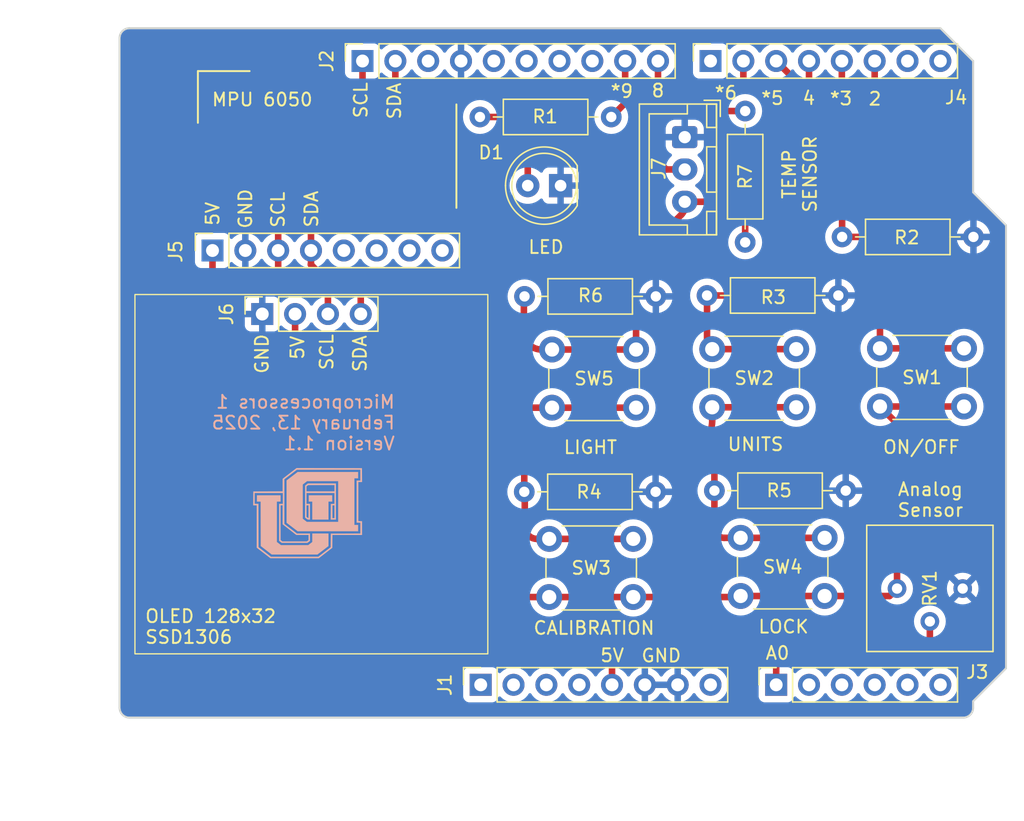
<source format=kicad_pcb>
(kicad_pcb (version 20240108) (generator "pcbnew") (generator_version "8.0")
  (title_block (date "mar. 31 mars 2015"))
  (layers (0 "F.Cu" signal) (31 "B.Cu" power) (34 "B.Paste" user) (35 "F.Paste" user) (36 "B.SilkS" user "B.Silkscreen") (37 "F.SilkS" user "F.Silkscreen") (38 "B.Mask" user) (39 "F.Mask" user) (44 "Edge.Cuts" user))
  (net 0 "")
  (net 1 "GND")
  (net 2 "+5V")
  (net 3 "/IOREF")
  (net 4 "/A1")
  (net 5 "/A2")
  (net 6 "/A3")
  (net 7 "/SDA{slash}A4")
  (net 8 "/SCL{slash}A5")
  (net 9 "/13")
  (net 10 "/12")
  (net 11 "/AREF")
  (net 12 "/temp_digital")
  (net 13 "/7")
  (net 14 "/*11")
  (net 15 "/*10")
  (net 16 "/TX{slash}1")
  (net 17 "/RX{slash}0")
  (net 18 "+3V3")
  (net 19 "VCC")
  (net 20 "/~{RESET}")
  (net 21 "/I2C_SCL")
  (net 22 "/I2C_SDA")
  (net 23 "/button_onoff")
  (net 24 "/button_lock")
  (net 25 "/button_light")
  (net 26 "/button_units")
  (net 27 "/button_cal")
  (net 28 "Net-(D1-A)")
  (net 29 "/led_light")
  (net 30 "/temp_sensor")
  (footprint "Connector_PinSocket_2.54mm:PinSocket_1x08_P2.54mm_Vertical" (layer "F.Cu") (at 127.94 97.46 90)
    (property "Reference" "J1" (at 0 -2.77 90) (layer "F.SilkS"))
    (property "Value" "Power")
    (pad "1" thru_hole rect (at 0 0 90) (size 1.7 1.7) (drill 1) (layers "*.Cu" "*.Mask"))
    (pad "2" thru_hole oval (at 0 2.54 90) (size 1.7 1.7) (drill 1) (layers "*.Cu" "*.Mask") (net 3 "/IOREF"))
    (pad "3" thru_hole oval (at 0 5.08 90) (size 1.7 1.7) (drill 1) (layers "*.Cu" "*.Mask") (net 20 "/~{RESET}"))
    (pad "4" thru_hole oval (at 0 7.62 90) (size 1.7 1.7) (drill 1) (layers "*.Cu" "*.Mask") (net 18 "+3V3"))
    (pad "5" thru_hole oval (at 0 10.16 90) (size 1.7 1.7) (drill 1) (layers "*.Cu" "*.Mask") (net 2 "+5V"))
    (pad "6" thru_hole oval (at 0 12.7 90) (size 1.7 1.7) (drill 1) (layers "*.Cu" "*.Mask") (net 1 "GND"))
    (pad "7" thru_hole oval (at 0 15.24 90) (size 1.7 1.7) (drill 1) (layers "*.Cu" "*.Mask") (net 1 "GND"))
    (pad "8" thru_hole oval (at 0 17.78 90) (size 1.7 1.7) (drill 1) (layers "*.Cu" "*.Mask") (net 19 "VCC"))
  )
  (footprint "Connector_PinSocket_2.54mm:PinSocket_1x06_P2.54mm_Vertical" (layer "F.Cu") (at 150.8 97.46 90)
    (property "Reference" "J3" (at 0.98 15.56 180) (layer "F.SilkS"))
    (property "Value" "Analog")
    (pad "1" thru_hole rect (at 0 0 90) (size 1.7 1.7) (drill 1) (layers "*.Cu" "*.Mask") (net 30 "/temp_sensor"))
    (pad "2" thru_hole oval (at 0 2.54 90) (size 1.7 1.7) (drill 1) (layers "*.Cu" "*.Mask") (net 4 "/A1"))
    (pad "3" thru_hole oval (at 0 5.08 90) (size 1.7 1.7) (drill 1) (layers "*.Cu" "*.Mask") (net 5 "/A2"))
    (pad "4" thru_hole oval (at 0 7.62 90) (size 1.7 1.7) (drill 1) (layers "*.Cu" "*.Mask") (net 6 "/A3"))
    (pad "5" thru_hole oval (at 0 10.16 90) (size 1.7 1.7) (drill 1) (layers "*.Cu" "*.Mask") (net 7 "/SDA{slash}A4"))
    (pad "6" thru_hole oval (at 0 12.7 90) (size 1.7 1.7) (drill 1) (layers "*.Cu" "*.Mask") (net 8 "/SCL{slash}A5"))
  )
  (footprint "Connector_PinSocket_2.54mm:PinSocket_1x10_P2.54mm_Vertical" (layer "F.Cu") (at 118.796 49.2 90)
    (property "Reference" "J2" (at 0 -2.77 90) (layer "F.SilkS"))
    (property "Value" "Digital/PWM")
    (pad "1" thru_hole rect (at 0 0 90) (size 1.7 1.7) (drill 1) (layers "*.Cu" "*.Mask") (net 21 "/I2C_SCL"))
    (pad "2" thru_hole oval (at 0 2.54 90) (size 1.7 1.7) (drill 1) (layers "*.Cu" "*.Mask") (net 22 "/I2C_SDA"))
    (pad "3" thru_hole oval (at 0 5.08 90) (size 1.7 1.7) (drill 1) (layers "*.Cu" "*.Mask") (net 11 "/AREF"))
    (pad "4" thru_hole oval (at 0 7.62 90) (size 1.7 1.7) (drill 1) (layers "*.Cu" "*.Mask") (net 1 "GND"))
    (pad "5" thru_hole oval (at 0 10.16 90) (size 1.7 1.7) (drill 1) (layers "*.Cu" "*.Mask") (net 9 "/13"))
    (pad "6" thru_hole oval (at 0 12.7 90) (size 1.7 1.7) (drill 1) (layers "*.Cu" "*.Mask") (net 10 "/12"))
    (pad "7" thru_hole oval (at 0 15.24 90) (size 1.7 1.7) (drill 1) (layers "*.Cu" "*.Mask") (net 14 "/*11"))
    (pad "8" thru_hole oval (at 0 17.78 90) (size 1.7 1.7) (drill 1) (layers "*.Cu" "*.Mask") (net 15 "/*10"))
    (pad "9" thru_hole oval (at 0 20.32 90) (size 1.7 1.7) (drill 1) (layers "*.Cu" "*.Mask") (net 29 "/led_light"))
    (pad "10" thru_hole oval (at 0 22.86 90) (size 1.7 1.7) (drill 1) (layers "*.Cu" "*.Mask") (net 12 "/temp_digital"))
  )
  (footprint "Connector_PinSocket_2.54mm:PinSocket_1x08_P2.54mm_Vertical" (layer "F.Cu") (at 145.72 49.2 90)
    (property "Reference" "J4" (at -2.83 19 180) (layer "F.SilkS"))
    (property "Value" "Digital/PWM")
    (pad "1" thru_hole rect (at 0 0 90) (size 1.7 1.7) (drill 1) (layers "*.Cu" "*.Mask") (net 13 "/7"))
    (pad "2" thru_hole oval (at 0 2.54 90) (size 1.7 1.7) (drill 1) (layers "*.Cu" "*.Mask") (net 25 "/button_light"))
    (pad "3" thru_hole oval (at 0 5.08 90) (size 1.7 1.7) (drill 1) (layers "*.Cu" "*.Mask") (net 27 "/button_cal"))
    (pad "4" thru_hole oval (at 0 7.62 90) (size 1.7 1.7) (drill 1) (layers "*.Cu" "*.Mask") (net 26 "/button_units"))
    (pad "5" thru_hole oval (at 0 10.16 90) (size 1.7 1.7) (drill 1) (layers "*.Cu" "*.Mask") (net 24 "/button_lock"))
    (pad "6" thru_hole oval (at 0 12.7 90) (size 1.7 1.7) (drill 1) (layers "*.Cu" "*.Mask") (net 23 "/button_onoff"))
    (pad "7" thru_hole oval (at 0 15.24 90) (size 1.7 1.7) (drill 1) (layers "*.Cu" "*.Mask") (net 16 "/TX{slash}1"))
    (pad "8" thru_hole oval (at 0 17.78 90) (size 1.7 1.7) (drill 1) (layers "*.Cu" "*.Mask") (net 17 "/RX{slash}0"))
  )
  (footprint "Button_Switch_THT:SW_PUSH_6mm" (layer "F.Cu") (at 148.05 86.09)
    (property "Reference" "SW4" (at 3.25 2.25 0) (layer "F.SilkS"))
    (property "Value" "SW_SPST")
    (pad "1" thru_hole circle (at 0 0 90) (size 2 2) (drill 1.1) (layers "*.Cu" "*.Mask") (net 24 "/button_lock"))
    (pad "1" thru_hole circle (at 6.5 0 90) (size 2 2) (drill 1.1) (layers "*.Cu" "*.Mask") (net 24 "/button_lock"))
    (pad "2" thru_hole circle (at 0 4.5 90) (size 2 2) (drill 1.1) (layers "*.Cu" "*.Mask") (net 2 "+5V"))
    (pad "2" thru_hole circle (at 6.5 4.5 90) (size 2 2) (drill 1.1) (layers "*.Cu" "*.Mask") (net 2 "+5V"))
  )
  (footprint "LED_THT:LED_D5.0mm" (layer "F.Cu") (at 134.12 58.84 180)
    (property "Reference" "D1" (at 5.37 2.56 180) (layer "F.SilkS"))
    (property "Value" "LED")
    (pad "1" thru_hole rect (at 0 0 180) (size 1.8 1.8) (drill 0.9) (layers "*.Cu" "*.Mask") (net 1 "GND"))
    (pad "2" thru_hole circle (at 2.54 0 180) (size 1.8 1.8) (drill 0.9) (layers "*.Cu" "*.Mask") (net 28 "Net-(D1-A)"))
  )
  (footprint "Button_Switch_THT:SW_PUSH_6mm" (layer "F.Cu") (at 133.46 71.52)
    (property "Reference" "SW5" (at 3.25 2.25 0) (layer "F.SilkS"))
    (property "Value" "SW_SPST")
    (pad "1" thru_hole circle (at 0 0 90) (size 2 2) (drill 1.1) (layers "*.Cu" "*.Mask") (net 25 "/button_light"))
    (pad "1" thru_hole circle (at 6.5 0 90) (size 2 2) (drill 1.1) (layers "*.Cu" "*.Mask") (net 25 "/button_light"))
    (pad "2" thru_hole circle (at 0 4.5 90) (size 2 2) (drill 1.1) (layers "*.Cu" "*.Mask") (net 2 "+5V"))
    (pad "2" thru_hole circle (at 6.5 4.5 90) (size 2 2) (drill 1.1) (layers "*.Cu" "*.Mask") (net 2 "+5V"))
  )
  (footprint "Button_Switch_THT:SW_PUSH_6mm" (layer "F.Cu") (at 145.85 71.49)
    (property "Reference" "SW2" (at 3.25 2.25 0) (layer "F.SilkS"))
    (property "Value" "SW_SPST")
    (pad "1" thru_hole circle (at 0 0 90) (size 2 2) (drill 1.1) (layers "*.Cu" "*.Mask") (net 26 "/button_units"))
    (pad "1" thru_hole circle (at 6.5 0 90) (size 2 2) (drill 1.1) (layers "*.Cu" "*.Mask") (net 26 "/button_units"))
    (pad "2" thru_hole circle (at 0 4.5 90) (size 2 2) (drill 1.1) (layers "*.Cu" "*.Mask") (net 2 "+5V"))
    (pad "2" thru_hole circle (at 6.5 4.5 90) (size 2 2) (drill 1.1) (layers "*.Cu" "*.Mask") (net 2 "+5V"))
  )
  (footprint "Resistor_THT:R_Axial_DIN0207_L6.3mm_D2.5mm_P10.16mm_Horizontal" (layer "F.Cu") (at 131.31 82.53)
    (property "Reference" "R4" (at 5.01 0.01 0) (layer "F.SilkS"))
    (property "Value" "100k")
    (pad "1" thru_hole circle (at 0 0) (size 1.6 1.6) (drill 0.8) (layers "*.Cu" "*.Mask") (net 27 "/button_cal"))
    (pad "2" thru_hole oval (at 10.16 0) (size 1.6 1.6) (drill 0.8) (layers "*.Cu" "*.Mask") (net 1 "GND"))
  )
  (footprint "Resistor_THT:R_Axial_DIN0207_L6.3mm_D2.5mm_P10.16mm_Horizontal" (layer "F.Cu") (at 138.04 53.53 180)
    (property "Reference" "R1" (at 5.12 0.03 0) (layer "F.SilkS"))
    (property "Value" "1k")
    (pad "1" thru_hole circle (at 0 0 180) (size 1.6 1.6) (drill 0.8) (layers "*.Cu" "*.Mask") (net 29 "/led_light"))
    (pad "2" thru_hole oval (at 10.16 0 180) (size 1.6 1.6) (drill 0.8) (layers "*.Cu" "*.Mask") (net 28 "Net-(D1-A)"))
  )
  (footprint "Button_Switch_THT:SW_PUSH_6mm" (layer "F.Cu") (at 133.24 86.17)
    (property "Reference" "SW3" (at 3.25 2.25 0) (layer "F.SilkS"))
    (property "Value" "SW_SPST")
    (pad "1" thru_hole circle (at 0 0 90) (size 2 2) (drill 1.1) (layers "*.Cu" "*.Mask") (net 27 "/button_cal"))
    (pad "1" thru_hole circle (at 6.5 0 90) (size 2 2) (drill 1.1) (layers "*.Cu" "*.Mask") (net 27 "/button_cal"))
    (pad "2" thru_hole circle (at 0 4.5 90) (size 2 2) (drill 1.1) (layers "*.Cu" "*.Mask") (net 2 "+5V"))
    (pad "2" thru_hole circle (at 6.5 4.5 90) (size 2 2) (drill 1.1) (layers "*.Cu" "*.Mask") (net 2 "+5V"))
  )
  (footprint "Connector_PinSocket_2.54mm:PinSocket_1x04_P2.54mm_Vertical" (layer "F.Cu") (at 111.04 68.775 90)
    (property "Reference" "J6" (at 0 -2.77 90) (layer "F.SilkS"))
    (property "Value" "CONN_DISPLAY")
    (pad "1" thru_hole rect (at 0 0 90) (size 1.7 1.7) (drill 1) (layers "*.Cu" "*.Mask") (net 1 "GND"))
    (pad "2" thru_hole oval (at 0 2.54 90) (size 1.7 1.7) (drill 1) (layers "*.Cu" "*.Mask") (net 2 "+5V"))
    (pad "3" thru_hole oval (at 0 5.08 90) (size 1.7 1.7) (drill 1) (layers "*.Cu" "*.Mask") (net 21 "/I2C_SCL"))
    (pad "4" thru_hole oval (at 0 7.62 90) (size 1.7 1.7) (drill 1) (layers "*.Cu" "*.Mask") (net 22 "/I2C_SDA"))
  )
  (footprint "Button_Switch_THT:SW_PUSH_6mm" (layer "F.Cu") (at 158.83 71.43)
    (property "Reference" "SW1" (at 3.25 2.25 0) (layer "F.SilkS"))
    (property "Value" "SW_SPST")
    (pad "1" thru_hole circle (at 0 0 90) (size 2 2) (drill 1.1) (layers "*.Cu" "*.Mask") (net 23 "/button_onoff"))
    (pad "1" thru_hole circle (at 6.5 0 90) (size 2 2) (drill 1.1) (layers "*.Cu" "*.Mask") (net 23 "/button_onoff"))
    (pad "2" thru_hole circle (at 0 4.5 90) (size 2 2) (drill 1.1) (layers "*.Cu" "*.Mask") (net 2 "+5V"))
    (pad "2" thru_hole circle (at 6.5 4.5 90) (size 2 2) (drill 1.1) (layers "*.Cu" "*.Mask") (net 2 "+5V"))
  )
  (footprint "Resistor_THT:R_Axial_DIN0207_L6.3mm_D2.5mm_P10.16mm_Horizontal" (layer "F.Cu") (at 146.02 82.44)
    (property "Reference" "R5" (at 5.01 -0.01 0) (layer "F.SilkS"))
    (property "Value" "100k")
    (pad "1" thru_hole circle (at 0 0) (size 1.6 1.6) (drill 0.8) (layers "*.Cu" "*.Mask") (net 24 "/button_lock"))
    (pad "2" thru_hole oval (at 10.16 0) (size 1.6 1.6) (drill 0.8) (layers "*.Cu" "*.Mask") (net 1 "GND"))
  )
  (footprint "Connector_JST:JST_XH_B3B-XH-A_1x03_P2.50mm_Vertical" (layer "F.Cu") (at 143.725 55.09 -90)
    (property "Reference" "J7" (at 2.44 2.01 90) (layer "F.SilkS"))
    (property "Value" "CONN_TEMP")
    (pad "1" thru_hole roundrect (at 0 0 270) (size 1.7 1.95) (drill 0.95) (layers "*.Cu" "*.Mask") (roundrect_rratio 0.147059) (net 1 "GND"))
    (pad "2" thru_hole oval (at 2.5 0 270) (size 1.7 1.95) (drill 0.95) (layers "*.Cu" "*.Mask") (net 12 "/temp_digital"))
    (pad "3" thru_hole oval (at 5 0 270) (size 1.7 1.95) (drill 0.95) (layers "*.Cu" "*.Mask") (net 2 "+5V"))
  )
  (footprint "Resistor_THT:R_Axial_DIN0207_L6.3mm_D2.5mm_P10.16mm_Horizontal" (layer "F.Cu") (at 155.9 62.81)
    (property "Reference" "R2" (at 5.01 0.05 0) (layer "F.SilkS"))
    (property "Value" "100k")
    (pad "1" thru_hole circle (at 0 0) (size 1.6 1.6) (drill 0.8) (layers "*.Cu" "*.Mask") (net 23 "/button_onoff"))
    (pad "2" thru_hole oval (at 10.16 0) (size 1.6 1.6) (drill 0.8) (layers "*.Cu" "*.Mask") (net 1 "GND"))
  )
  (footprint "Resistor_THT:R_Axial_DIN0207_L6.3mm_D2.5mm_P10.16mm_Horizontal" (layer "F.Cu") (at 148.4 53.07 -90)
    (property "Reference" "R7" (at 5.08 0 90) (layer "F.SilkS"))
    (property "Value" "4k7")
    (pad "1" thru_hole circle (at 0 0 270) (size 1.6 1.6) (drill 0.8) (layers "*.Cu" "*.Mask") (net 12 "/temp_digital"))
    (pad "2" thru_hole oval (at 10.16 0 270) (size 1.6 1.6) (drill 0.8) (layers "*.Cu" "*.Mask") (net 2 "+5V"))
  )
  (footprint "Potentiometer_THT:Potentiometer_Bourns_3386P_Vertical" (layer "F.Cu") (at 160.15 90.015 -90)
    (property "Reference" "RV1" (at -0.015 -2.54 90) (layer "F.SilkS"))
    (property "Value" "10k")
    (pad "1" thru_hole circle (at 0 0 270) (size 1.44 1.44) (drill 0.8) (layers "*.Cu" "*.Mask") (net 2 "+5V"))
    (pad "2" thru_hole circle (at 2.54 -2.54 270) (size 1.44 1.44) (drill 0.8) (layers "*.Cu" "*.Mask") (net 30 "/temp_sensor"))
    (pad "3" thru_hole circle (at 0 -5.08 270) (size 1.44 1.44) (drill 0.8) (layers "*.Cu" "*.Mask") (net 1 "GND"))
  )
  (footprint "Connector_PinSocket_2.54mm:PinSocket_1x08_P2.54mm_Vertical" (layer "F.Cu") (at 107.19 63.86 90)
    (property "Reference" "J5" (at -0.08 -2.85 90) (layer "F.SilkS"))
    (property "Value" "CONN_GYRO")
    (pad "1" thru_hole rect (at 0 0 90) (size 1.7 1.7) (drill 1) (layers "*.Cu" "*.Mask") (net 2 "+5V"))
    (pad "2" thru_hole oval (at 0 2.54 90) (size 1.7 1.7) (drill 1) (layers "*.Cu" "*.Mask") (net 1 "GND"))
    (pad "3" thru_hole oval (at 0 5.08 90) (size 1.7 1.7) (drill 1) (layers "*.Cu" "*.Mask") (net 21 "/I2C_SCL"))
    (pad "4" thru_hole oval (at 0 7.62 90) (size 1.7 1.7) (drill 1) (layers "*.Cu" "*.Mask") (net 22 "/I2C_SDA"))
    (pad "5" thru_hole oval (at 0 10.16 90) (size 1.7 1.7) (drill 1) (layers "*.Cu" "*.Mask"))
    (pad "6" thru_hole oval (at 0 12.7 90) (size 1.7 1.7) (drill 1) (layers "*.Cu" "*.Mask"))
    (pad "7" thru_hole oval (at 0 15.24 90) (size 1.7 1.7) (drill 1) (layers "*.Cu" "*.Mask"))
    (pad "8" thru_hole oval (at 0 17.78 90) (size 1.7 1.7) (drill 1) (layers "*.Cu" "*.Mask"))
  )
  (footprint "Resistor_THT:R_Axial_DIN0207_L6.3mm_D2.5mm_P10.16mm_Horizontal" (layer "F.Cu") (at 131.33 67.41)
    (property "Reference" "R6" (at 5.11 -0.07 0) (layer "F.SilkS"))
    (property "Value" "100k")
    (pad "1" thru_hole circle (at 0 0) (size 1.6 1.6) (drill 0.8) (layers "*.Cu" "*.Mask") (net 25 "/button_light"))
    (pad "2" thru_hole oval (at 10.16 0) (size 1.6 1.6) (drill 0.8) (layers "*.Cu" "*.Mask") (net 1 "GND"))
  )
  (footprint "Resistor_THT:R_Axial_DIN0207_L6.3mm_D2.5mm_P10.16mm_Horizontal" (layer "F.Cu") (at 145.45 67.34)
    (property "Reference" "R3" (at 5.13 0.14 0) (layer "F.SilkS"))
    (property "Value" "100k")
    (pad "1" thru_hole circle (at 0 0) (size 1.6 1.6) (drill 0.8) (layers "*.Cu" "*.Mask") (net 26 "/button_units"))
    (pad "2" thru_hole oval (at 10.16 0) (size 1.6 1.6) (drill 0.8) (layers "*.Cu" "*.Mask") (net 1 "GND"))
  )
  (footprint "LOGO" (layer "B.Cu") (at 114.55 84.221771 180)
    (property "Reference" "G***" (hide yes))
    (property "Value" "LOGO" (hide yes))
  )
  (gr_line (start 126.06 60.56) (end 126.06 52.56) (stroke (width 0.15)) (layer "F.SilkS"))
  (gr_line (start 106.06 49.98) (end 106.06 53.98) (stroke (width 0.15)) (layer "F.SilkS"))
  (gr_line (start 106.06 49.98) (end 110.06 49.98) (stroke (width 0.15)) (layer "F.SilkS"))
  (gr_rect (start 101.19 67.265) (end 128.49 95.065) (stroke (width 0.1)) (fill none) (layer "F.SilkS"))
  (gr_line (start 166.04 59.36) (end 168.58 61.9) (stroke (width 0.15)) (layer "Edge.Cuts"))
  (gr_line (start 100 99.238) (end 100 47.422) (stroke (width 0.15)) (layer "Edge.Cuts"))
  (gr_line (start 168.58 61.9) (end 168.58 96.19) (stroke (width 0.15)) (layer "Edge.Cuts"))
  (gr_line (start 165.278 100) (end 100.762 100) (stroke (width 0.15)) (layer "Edge.Cuts"))
  (gr_line (start 100.762 46.66) (end 163.5 46.66) (stroke (width 0.15)) (layer "Edge.Cuts"))
  (gr_arc (start 100.762 100) (mid 100.223185 99.776815) (end 100 99.238) (stroke (width 0.15)) (layer "Edge.Cuts"))
  (gr_line (start 168.58 96.19) (end 166.04 98.73) (stroke (width 0.15)) (layer "Edge.Cuts"))
  (gr_line (start 163.5 46.66) (end 166.04 49.2) (stroke (width 0.15)) (layer "Edge.Cuts"))
  (gr_arc (start 166.04 99.238) (mid 165.816815 99.776815) (end 165.278 100) (stroke (width 0.15)) (layer "Edge.Cuts"))
  (gr_line (start 166.04 49.2) (end 166.04 59.36) (stroke (width 0.15)) (layer "Edge.Cuts"))
  (gr_line (start 166.04 98.73) (end 166.04 99.238) (stroke (width 0.15)) (layer "Edge.Cuts"))
  (gr_arc (start 100 47.422) (mid 100.223185 46.883185) (end 100.762 46.66) (stroke (width 0.15)) (layer "Edge.Cuts"))
  (gr_text "Microprocessors 1\nFebruary 13, 2025\nVersion 1.1" (at 121.38 79.38 0) (layer "B.SilkS") (effects (font (size 1 1)) (justify left bottom mirror)))
  (gr_text "4" (at 152.75 52.66 0) (layer "F.SilkS") (effects (font (size 1 1)) (justify left bottom)))
  (gr_text "5V" (at 114.35 72.38 90) (layer "F.SilkS") (effects (font (size 1 1)) (justify left bottom)))
  (gr_text "*9" (at 137.9 52.12 0) (layer "F.SilkS") (effects (font (size 1 1)) (justify left bottom)))
  (gr_text "5V" (at 137.11 95.77 0) (layer "F.SilkS") (effects (font (size 1 1)) (justify left bottom)))
  (gr_text "GND" (at 110.32 62.25 90) (layer "F.SilkS") (effects (font (size 1 1)) (justify left bottom)))
  (gr_text "*5" (at 149.55 52.66 0) (layer "F.SilkS") (effects (font (size 1 1)) (justify left bottom)))
  (gr_text "SCL" (at 116.61 73.2 90) (layer "F.SilkS") (effects (font (size 1 1)) (justify left bottom)))
  (gr_text "SDA" (at 121.84 53.8 90) (layer "F.SilkS") (effects (font (size 1 1)) (justify left bottom)))
  (gr_text "LIGHT" (at 134.28 79.67 0) (layer "F.SilkS") (effects (font (size 1 1)) (justify left bottom)))
  (gr_text "A0" (at 149.9 95.59 0) (layer "F.SilkS") (effects (font (size 1 1)) (justify left bottom)))
  (gr_text "UNITS" (at 146.96 79.44 0) (layer "F.SilkS") (effects (font (size 1 1)) (justify left bottom)))
  (gr_text "TEMP\nSENSOR" (at 154 57.95 90) (layer "F.SilkS") (effects (font (size 1 1)) (justify bottom)))
  (gr_text "5V" (at 107.79 62.02 90) (layer "F.SilkS") (effects (font (size 1 1)) (justify left bottom)))
  (gr_text "*6" (at 145.95 52.25 0) (layer "F.SilkS") (effects (font (size 1 1)) (justify left bottom)))
  (gr_text "LOCK" (at 149.34 93.55 0) (layer "F.SilkS") (effects (font (size 1 1)) (justify left bottom)))
  (gr_text "OLED 128x32\nSSD1306" (at 101.9 94.35 0) (layer "F.SilkS") (effects (font (size 1 1)) (justify left bottom)))
  (gr_text "ON/OFF" (at 158.98 79.66 0) (layer "F.SilkS") (effects (font (size 1 1)) (justify left bottom)))
  (gr_text "2" (at 157.87 52.71 0) (layer "F.SilkS") (effects (font (size 1 1)) (justify left bottom)))
  (gr_text "MPU 6050" (at 107.06 52.77 0) (layer "F.SilkS") (effects (font (size 1 1)) (justify left bottom)))
  (gr_text "Analog\nSensor" (at 162.73 84.53 0) (layer "F.SilkS") (effects (font (size 1 1)) (justify bottom)))
  (gr_text "GND" (at 111.6 73.48 90) (layer "F.SilkS") (effects (font (size 1 1)) (justify left bottom)))
  (gr_text "GND" (at 140.29 95.79 0) (layer "F.SilkS") (effects (font (size 1 1)) (justify left bottom)))
  (gr_text "8" (at 141.08 52.08 0) (layer "F.SilkS") (effects (font (size 1 1)) (justify left bottom)))
  (gr_text "LED" (at 131.54 64.18 0) (layer "F.SilkS") (effects (font (size 1 1)) (justify left bottom)))
  (gr_text "SCL" (at 112.84 62.18 90) (layer "F.SilkS") (effects (font (size 1 1)) (justify left bottom)))
  (gr_text "*3" (at 154.86 52.69 0) (layer "F.SilkS") (effects (font (size 1 1)) (justify left bottom)))
  (gr_text "CALIBRATION" (at 131.94 93.65 0) (layer "F.SilkS") (effects (font (size 1 1)) (justify left bottom)))
  (gr_text "SDA" (at 115.43 62.16 90) (layer "F.SilkS") (effects (font (size 1 1)) (justify left bottom)))
  (gr_text "SCL" (at 119.25 53.71 90) (layer "F.SilkS") (effects (font (size 1 1)) (justify left bottom)))
  (gr_text "SDA" (at 119.18 73.34 90) (layer "F.SilkS") (effects (font (size 1 1)) (justify left bottom)))
  (segment (start 128.157677 74.617677) (end 128.85 75.31) (width 0.508) (layer "F.Cu") (net 2))
  (segment (start 138.1 94.918198) (end 138.1 97.46) (width 0.508) (layer "F.Cu") (net 2))
  (segment (start 143.725 60.4575) (end 143.725 60.09) (width 0.508) (layer "F.Cu") (net 2))
  (segment (start 128.14 66.468477) (end 128.14 74.525) (width 0.508) (layer "F.Cu") (net 2))
  (segment (start 148.4 60.65) (end 147.84 60.09) (width 0.508) (layer "F.Cu") (net 2))
  (segment (start 145.85 75.99) (end 152.35 75.99) (width 0.508) (layer "F.Cu") (net 2))
  (segment (start 132.578477 62.03) (end 141.667936 62.03) (width 0.508) (layer "F.Cu") (net 2))
  (segment (start 159.575 90.59) (end 160.15 90.015) (width 0.508) (layer "F.Cu") (net 2))
  (segment (start 128.14 90.14865) (end 128.14 87.631349) (width 0.508) (layer "F.Cu") (net 2))
  (segment (start 133.46 76.02) (end 139.96 76.02) (width 0.508) (layer "F.Cu") (net 2))
  (segment (start 145.821457 90.67) (end 147.97 90.67) (width 0.508) (layer "F.Cu") (net 2))
  (segment (start 113.58 79.81) (end 113.58 80.305) (width 0.508) (layer "F.Cu") (net 2))
  (segment (start 158.83 75.93) (end 160.15 77.25) (width 0.508) (layer "F.Cu") (net 2))
  (segment (start 158.83 75.93) (end 165.33 75.93) (width 0.508) (layer "F.Cu") (net 2))
  (segment (start 133.46 76.02) (end 130.564091 76.02) (width 0.508) (layer "F.Cu") (net 2))
  (segment (start 147.84 60.09) (end 143.725 60.09) (width 0.508) (layer "F.Cu") (net 2))
  (segment (start 143.79 81.556639) (end 143.79 88.638542) (width 0.508) (layer "F.Cu") (net 2))
  (segment (start 128.14 74.525) (end 128.14 74.575) (width 0.508) (layer "F.Cu") (net 2))
  (segment (start 128.14 74.575) (end 128.14 74.525) (width 0.508) (layer "F.Cu") (net 2))
  (segment (start 154.55 90.59) (end 148.05 90.59) (width 0.508) (layer "F.Cu") (net 2))
  (segment (start 145.821457 90.67) (end 144.138542 90.67) (width 0.508) (layer "F.Cu") (net 2))
  (segment (start 128.14 90.14865) (end 128.14 92.647746) (width 0.508) (layer "F.Cu") (net 2))
  (segment (start 139.74 90.67) (end 144.138542 90.67) (width 0.508) (layer "F.Cu") (net 2))
  (segment (start 128.14 87.631349) (end 128.14 74.575) (width 0.508) (layer "F.Cu") (net 2))
  (segment (start 113.58 79.19) (end 113.58 68.775) (width 0.508) (layer "F.Cu") (net 2))
  (segment (start 145.85 75.99) (end 145.85 77.015) (width 0.508) (layer "F.Cu") (net 2))
  (segment (start 148.4 63.23) (end 148.4 60.65) (width 0.508) (layer "F.Cu") (net 2))
  (segment (start 107.19 70.236036) (end 107.19 63.86) (width 0.508) (layer "F.Cu") (net 2))
  (segment (start 160.15 77.25) (end 160.15 90.015) (width 0.508) (layer "F.Cu") (net 2))
  (segment (start 133.24 90.67) (end 131.17865 90.67) (width 0.508) (layer "F.Cu") (net 2))
  (segment (start 113.58 79.81) (end 113.58 79.19) (width 0.508) (layer "F.Cu") (net 2))
  (segment (start 129.642253 94.15) (end 137.331801 94.15) (width 0.508) (layer "F.Cu") (net 2))
  (segment (start 108.783792 74.083792) (end 113.360796 78.660796) (width 0.508) (layer "F.Cu") (net 2))
  (segment (start 125.771471 93.301471) (end 114.14922 81.67922) (width 0.508) (layer "F.Cu") (net 2))
  (segment (start 143.465138 61.084861) (end 143.1225 61.4275) (width 0.508) (layer "F.Cu") (net 2))
  (segment (start 133.24 90.67) (end 139.74 90.67) (width 0.508) (layer "F.Cu") (net 2))
  (segment (start 129.642253 94.15) (end 128.397746 94.15) (width 0.508) (layer "F.Cu") (net 2))
  (segment (start 144.819999 79.069999) (end 145.125215 78.764784) (width 0.508) (layer "F.Cu") (net 2))
  (segment (start 154.55 90.59) (end 159.575 90.59) (width 0.508) (layer "F.Cu") (net 2))
  (segment (start 128.397746 94.15) (end 127.82 94.15) (width 0.508) (layer "F.Cu") (net 2))
  (segment (start 113.58 79.19) (end 113.58 79.81) (width 0.508) (layer "F.Cu") (net 2))
  (arc (start 128.14 74.575) (mid 128.144594 74.598096) (end 128.157677 74.617677) (width 0.508) (layer "F.Cu") (net 2))
  (arc (start 145.85 77.015) (mid 145.661634 77.961976) (end 145.125215 78.764784) (width 0.508) (layer "F.Cu") (net 2))
  (arc (start 128.14 87.631349) (mid 128.371303 88.79419) (end 129.03 89.78) (width 0.508) (layer "F.Cu") (net 2))
  (arc (start 128.397746 94.15) (mid 128.635872 93.990889) (end 128.58 93.71) (width 0.508) (layer "F.Cu") (net 2))
  (arc (start 128.85 75.31) (mid 129.636431 75.835477) (end 130.564091 76.02) (width 0.508) (layer "F.Cu") (net 2))
  (arc (start 129.44 63.33) (mid 128.477858 64.769945) (end 128.14 66.468477) (width 0.508) (layer "F.Cu") (net 2))
  (arc (start 125.771471 93.301471) (mid 126.711344 93.929474) (end 127.82 94.15) (width 0.508) (layer "F.Cu") (net 2))
  (arc (start 129.03 89.78) (mid 130.015809 90.438696) (end 131.17865 90.67) (width 0.508) (layer "F.Cu") (net 2))
  (arc (start 128.14 92.647746) (mid 128.254352 93.222633) (end 128.58 93.71) (width 0.508) (layer "F.Cu") (net 2))
  (arc (start 144.819999 79.069999) (mid 144.057688 80.210879) (end 143.79 81.556639) (width 0.508) (layer "F.Cu") (net 2))
  (arc (start 143.79 88.638542) (mid 143.944635 89.415947) (end 144.385 90.075) (width 0.508) (layer "F.Cu") (net 2))
  (arc (start 144.385 90.075) (mid 145.044052 90.515364) (end 145.821457 90.67) (width 0.508) (layer "F.Cu") (net 2))
  (arc (start 144.138542 90.67) (mid 144.460554 90.454838) (end 144.385 90.075) (width 0.508) (layer "F.Cu") (net 2))
  (arc (start 128.58 93.71) (mid 129.067366 94.035647) (end 129.642253 94.15) (width 0.508) (layer "F.Cu") (net 2))
  (arc (start 107.19 70.236036) (mid 107.604213 72.318426) (end 108.783792 74.083792) (width 0.508) (layer "F.Cu") (net 2))
  (arc (start 113.58 79.19) (mid 113.58 79.19) (end 113.58 79.19) (width 0.508) (layer "F.Cu") (net 2))
  (arc (start 137.875 94.375) (mid 138.041524 94.624221) (end 138.1 94.918198) (width 0.508) (layer "F.Cu") (net 2))
  (arc (start 128.14 74.575) (mid 128.14 74.575) (end 128.14 74.575) (width 0.508) (layer "F.Cu") (net 2))
  (arc (start 113.360796 78.660796) (mid 113.52303 78.903597) (end 113.58 79.19) (width 0.508) (layer "F.Cu") (net 2))
  (arc (start 137.875 94.375) (mid 137.625778 94.208475) (end 137.331801 94.15) (width 0.508) (layer "F.Cu") (net 2))
  (arc (start 113.58 80.305) (mid 113.727935 81.048722) (end 114.14922 81.67922) (width 0.508) (layer "F.Cu") (net 2))
  (arc (start 132.578477 62.03) (mid 130.879945 62.367858) (end 129.44 63.33) (width 0.508) (layer "F.Cu") (net 2))
  (arc (start 143.1225 61.4275) (mid 142.45514 61.873415) (end 141.667936 62.03) (width 0.508) (layer "F.Cu") (net 2))
  (arc (start 129.03 89.78) (mid 128.461837 89.666985) (end 128.14 90.14865) (width 0.508) (layer "F.Cu") (net 2))
  (arc (start 143.725 60.4575) (mid 143.657464 60.797025) (end 143.465138 61.084861) (width 0.508) (layer "F.Cu") (net 2))
  (segment (start 148.4 53.07) (end 142.926 53.07) (width 0.508) (layer "F.Cu") (net 12))
  (segment (start 141.656 56.956) (end 142.29 57.59) (width 0.508) (layer "F.Cu") (net 12))
  (segment (start 142.926 53.07) (end 141.656 51.8) (width 0.508) (layer "F.Cu") (net 12))
  (segment (start 141.656 49.2) (end 141.656 51.8) (width 0.508) (layer "F.Cu") (net 12))
  (segment (start 141.656 51.8) (end 141.656 56.956) (width 0.508) (layer "F.Cu") (net 12))
  (segment (start 142.29 57.59) (end 143.725 57.59) (width 0.508) (layer "F.Cu") (net 12))
  (segment (start 116.12 67.17) (end 116.12 68.775) (width 0.508) (layer "F.Cu") (net 21))
  (segment (start 112.27 63.86) (end 112.27 65.57) (width 0.508) (layer "F.Cu") (net 21))
  (segment (start 113.5 66.8) (end 115.75 66.8) (width 0.508) (layer "F.Cu") (net 21))
  (segment (start 112.27 60.58) (end 118.796 54.054) (width 0.508) (layer "F.Cu") (net 21))
  (segment (start 118.796 54.054) (end 118.796 49.2) (width 0.508) (layer "F.Cu") (net 21))
  (segment (start 112.27 65.57) (end 113.5 66.8) (width 0.508) (layer "F.Cu") (net 21))
  (segment (start 115.75 66.8) (end 116.12 67.17) (width 0.508) (layer "F.Cu") (net 21))
  (segment (start 112.27 63.86) (end 112.27 60.58) (width 0.508) (layer "F.Cu") (net 21))
  (segment (start 117.65 65.5) (end 115.35 65.5) (width 0.508) (layer "F.Cu") (net 22))
  (segment (start 114.81 63.86) (end 114.81 61.69) (width 0.508) (layer "F.Cu") (net 22))
  (segment (start 114.8 64.95) (end 114.81 64.94) (width 0.508) (layer "F.Cu") (net 22))
  (segment (start 121.336 55.164) (end 121.336 49.2) (width 0.508) (layer "F.Cu") (net 22))
  (segment (start 114.81 61.69) (end 121.336 55.164) (width 0.508) (layer "F.Cu") (net 22))
  (segment (start 118.66 66.51) (end 117.65 65.5) (width 0.508) (layer "F.Cu") (net 22))
  (segment (start 114.81 64.94) (end 114.81 63.86) (width 0.508) (layer "F.Cu") (net 22))
  (segment (start 115.35 65.5) (end 114.8 64.95) (width 0.508) (layer "F.Cu") (net 22))
  (segment (start 118.66 68.775) (end 118.66 66.51) (width 0.508) (layer "F.Cu") (net 22))
  (segment (start 158.83 71.43) (end 158.83 64.08) (width 0.508) (layer "F.Cu") (net 23))
  (segment (start 155.9 62.81) (end 155.9 61.35) (width 0.508) (layer "F.Cu") (net 23))
  (segment (start 158.42 58.83) (end 158.42 49.2) (width 0.508) (layer "F.Cu") (net 23))
  (segment (start 158.83 71.43) (end 165.33 71.43) (width 0.508) (layer "F.Cu") (net 23))
  (segment (start 155.9 62.81) (end 157.56 62.81) (width 0.508) (layer "F.Cu") (net 23))
  (segment (start 155.9 61.35) (end 158.42 58.83) (width 0.508) (layer "F.Cu") (net 23))
  (segment (start 158.83 64.08) (end 157.56 62.81) (width 0.508) (layer "F.Cu") (net 23))
  (segment (start 146.02 80.88) (end 147.25 79.65) (width 0.508) (layer "F.Cu") (net 24))
  (segment (start 153.35 68.35) (end 153.35 66.2) (width 0.508) (layer "F.Cu") (net 24))
  (segment (start 154.95 69.95) (end 153.35 68.35) (width 0.508) (layer "F.Cu") (net 24))
  (segment (start 146.02 82.44) (end 146.02 80.88) (width 0.508) (layer "F.Cu") (net 24))
  (segment (start 148.05 86.09) (end 146.771126 86.09) (width 0.508) (layer "F.Cu") (net 24))
  (segment (start 147.25 79.65) (end 153.8 79.65) (width 0.508) (layer "F.Cu") (net 24))
  (segment (start 148.05 86.09) (end 154.55 86.09) (width 0.508) (layer "F.Cu") (net 24))
  (segment (start 146.02 82.44) (end 146.02 85.338873) (width 0.508) (layer "F.Cu") (net 24))
  (segment (start 154.3 65.25) (end 154.3 60) (width 0.508) (layer "F.Cu") (net 24))
  (segment (start 154.3 60) (end 155.88 58.42) (width 0.508) (layer "F.Cu") (net 24))
  (segment (start 153.8 79.65) (end 154.95 78.5) (width 0.508) (layer "F.Cu") (net 24))
  (segment (start 155.88 58.42) (end 155.88 49.2) (width 0.508) (layer "F.Cu") (net 24))
  (segment (start 154.95 78.5) (end 154.95 69.95) (width 0.508) (layer "F.Cu") (net 24))
  (segment (start 153.35 66.2) (end 154.3 65.25) (width 0.508) (layer "F.Cu") (net 24))
  (arc (start 146.02 85.338873) (mid 146.077176 85.626316) (end 146.24 85.87) (width 0.508) (layer "F.Cu") (net 24))
  (arc (start 146.24 85.87) (mid 146.483682 86.032823) (end 146.771126 86.09) (width 0.508) (layer "F.Cu") (net 24))
  (segment (start 139.96 69.46) (end 139.96 71.52) (width 0.508) (layer "F.Cu") (net 25))
  (segment (start 134.155 71.52) (end 132.765 71.52) (width 0.508) (layer "F.Cu") (net 25))
  (segment (start 139.3 66.05) (end 139.3 68.8) (width 0.508) (layer "F.Cu") (net 25))
  (segment (start 150.55 51.5) (end 150.85 51.8) (width 0.508) (layer "F.Cu") (net 25))
  (segment (start 134.155 71.52) (end 139.96 71.52) (width 0.508) (layer "F.Cu") (net 25))
  (segment (start 148.26 49.2) (end 148.26 50.76) (width 0.508) (layer "F.Cu") (net 25))
  (segment (start 132.765 71.52) (end 132.628614 71.52) (width 0.508) (layer "F.Cu") (net 25))
  (segment (start 140.55 64.8) (end 139.3 66.05) (width 0.508) (layer "F.Cu") (net 25))
  (segment (start 150.85 51.8) (end 150.85 63.9) (width 0.508) (layer "F.Cu") (net 25))
  (segment (start 139.3 68.8) (end 139.96 69.46) (width 0.508) (layer "F.Cu") (net 25))
  (segment (start 150.85 63.9) (end 149.95 64.8) (width 0.508) (layer "F.Cu") (net 25))
  (segment (start 149.95 64.8) (end 140.55 64.8) (width 0.508) (layer "F.Cu") (net 25))
  (segment (start 131.28 70.171385) (end 131.28 67.46) (width 0.508) (layer "F.Cu") (net 25))
  (segment (start 148.26 50.76) (end 149 51.5) (width 0.508) (layer "F.Cu") (net 25))
  (segment (start 149 51.5) (end 150.55 51.5) (width 0.508) (layer "F.Cu") (net 25))
  (arc (start 131.675 71.125) (mid 132.112521 71.417342) (end 132.628614 71.52) (width 0.508) (layer "F.Cu") (net 25))
  (arc (start 131.28 70.171385) (mid 131.382657 70.687477) (end 131.675 71.125) (width 0.508) (layer "F.Cu") (net 25))
  (segment (start 150.81 67.34) (end 145.45 67.34) (width 0.508) (layer "F.Cu") (net 26))
  (segment (start 145.45 67.83) (end 145.45 71.09) (width 0.508) (layer "F.Cu") (net 26))
  (segment (start 153.34 49.2) (end 153.34 64.81) (width 0.508) (layer "F.Cu") (net 26))
  (segment (start 152.35 71.49) (end 145.85 71.49) (width 0.508) (layer "F.Cu") (net 26))
  (segment (start 153.34 64.81) (end 150.81 67.34) (width 0.508) (layer "F.Cu") (net 26))
  (arc (start 145.94 67.34) (mid 145.593517 67.483517) (end 145.45 67.83) (width 0.508) (layer "F.Cu") (net 26))
  (segment (start 133.24 86.17) (end 139.74 86.17) (width 0.508) (layer "F.Cu") (net 27))
  (segment (start 143.4 66.7) (end 144.35 65.75) (width 0.508) (layer "F.Cu") (net 27))
  (segment (start 132.288908 86.17) (end 133.24 86.17) (width 0.508) (layer "F.Cu") (net 27))
  (segment (start 131.31 82.53) (end 131.31 80.69) (width 0.508) (layer "F.Cu") (net 27))
  (segment (start 143.4 78) (end 143.4 66.7) (width 0.508) (layer "F.Cu") (net 27))
  (segment (start 151.95 50.35) (end 150.8 49.2) (width 0.508) (layer "F.Cu") (net 27))
  (segment (start 141.7 79.7) (end 143.4 78) (width 0.508) (layer "F.Cu") (net 27))
  (segment (start 131.35 85.231091) (end 131.35 82.57) (width 0.508) (layer "F.Cu") (net 27))
  (segment (start 150.55 65.75) (end 151.95 64.35) (width 0.508) (layer "F.Cu") (net 27))
  (segment (start 131.31 80.69) (end 132.3 79.7) (width 0.508) (layer "F.Cu") (net 27))
  (segment (start 144.35 65.75) (end 150.55 65.75) (width 0.508) (layer "F.Cu") (net 27))
  (segment (start 132.3 79.7) (end 141.7 79.7) (width 0.508) (layer "F.Cu") (net 27))
  (segment (start 151.95 64.35) (end 151.95 50.35) (width 0.508) (layer "F.Cu") (net 27))
  (arc (start 131.625 85.895) (mid 131.929603 86.098529) (end 132.288908 86.17) (width 0.508) (layer "F.Cu") (net 27))
  (arc (start 131.35 85.231091) (mid 131.42147 85.590396) (end 131.625 85.895) (width 0.508) (layer "F.Cu") (net 27))
  (segment (start 127.88 53.53) (end 130.08 53.53) (width 0.508) (layer "F.Cu") (net 28))
  (segment (start 130.08 53.53) (end 131.58 55.03) (width 0.508) (layer "F.Cu") (net 28))
  (segment (start 131.58 55.03) (end 131.58 58.84) (width 0.508) (layer "F.Cu") (net 28))
  (segment (start 139.116 49.2) (end 139.116 52.454) (width 0.508) (layer "F.Cu") (net 29))
  (segment (start 139.116 52.454) (end 138.04 53.53) (width 0.508) (layer "F.Cu") (net 29))
  (segment (start 151.653553 95.15) (end 161.699878 95.15) (width 0.508) (layer "F.Cu") (net 30))
  (segment (start 150.8 96.003553) (end 150.8 97.46) (width 0.508) (layer "F.Cu") (net 30))
  (segment (start 162.69 94.159878) (end 162.69 92.555) (width 0.508) (layer "F.Cu") (net 30))
  (arc (start 151.653553 95.15) (mid 151.326912 95.214972) (end 151.05 95.4) (width 0.508) (layer "F.Cu") (net 30))
  (arc (start 162.69 94.159878) (mid 162.614631 94.538781) (end 162.4 94.86) (width 0.508) (layer "F.Cu") (net 30))
  (arc (start 151.05 95.4) (mid 150.864972 95.676912) (end 150.8 96.003553) (width 0.508) (layer "F.Cu") (net 30))
  (arc (start 162.4 94.86) (mid 162.078781 95.074631) (end 161.699878 95.15) (width 0.508) (layer "F.Cu") (net 30))
  (zone (net 1) (net_name "GND") (layer "B.Cu") (connect_pads (clearance 0.508)) (min_thickness 0.25) (fill yes (thermal_gap 0.5) (thermal_bridge_width 0.5))
    (polygon (pts (xy 98.99 45.9) (xy 169.9 45.98) (xy 169.98 101.26) (xy 98.99 101.59)))
  )
)
</source>
